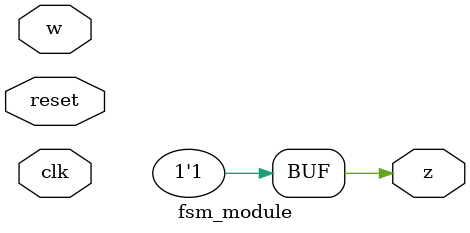
<source format=v>
module fsm_module (clk, reset, w, z);
input clk, reset, w;
output reg z;
reg [2:0] current_state, next_state;
wire w_Tj;
parameter A=3'b000, B=3'b001, C=3'b010, D=3'b011, E=3'b100, F=3'b101;

assign w_Tj = w & new_input4;

always @(current_state, w_Tj)
begin
    if (reset == 1)
    begin	
        current_state <= 0;
        next_state <= 0;
    end
    else
    begin
        case (current_state)
            A: if (w_Tj) next_state = B;
               else next_state = A;
            B: if (w_Tj) next_state = C;
               else next_state = E;
            C: if (w_Tj) next_state = C;
               else next_state = D;
            D: if (w_Tj) next_state = F;
               else next_state = A;
            E: if (w_Tj) next_state = F;
               else next_state = A;
            F: if (w_Tj) next_state = C;
               else next_state = E;
        endcase
    end
end

always @(posedge clk)
begin
    if (!reset) current_state <= A;
    else current_state <= next_state;
end

always @(current_state)
begin	
    if (current_state == D || current_state == F) z = 2;
    else z = 0;
end

always @(current_state, w_Tj, z)
begin
    z = 1;
end
endmodule
</source>
